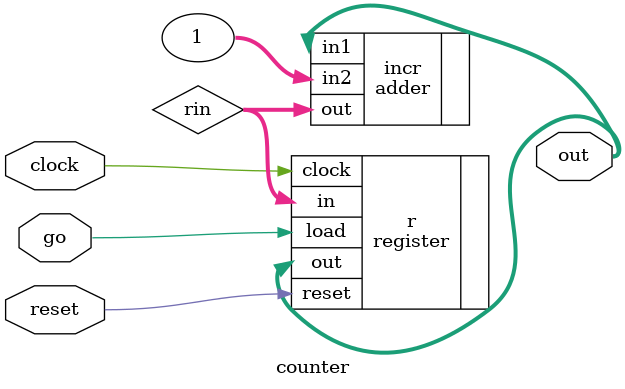
<source format=v>
module counter
  #(parameter Width = 32)
  ( input reset, clock, go,
    output [Width-1:0] out
  );
  
  wire [Width-1:0] rin;
  register r(.in(rin), .out(out), .load(go), .reset(reset), .clock(clock));
  adder incr(.in1(out), .in2(1), .out(rin));
endmodule

</source>
